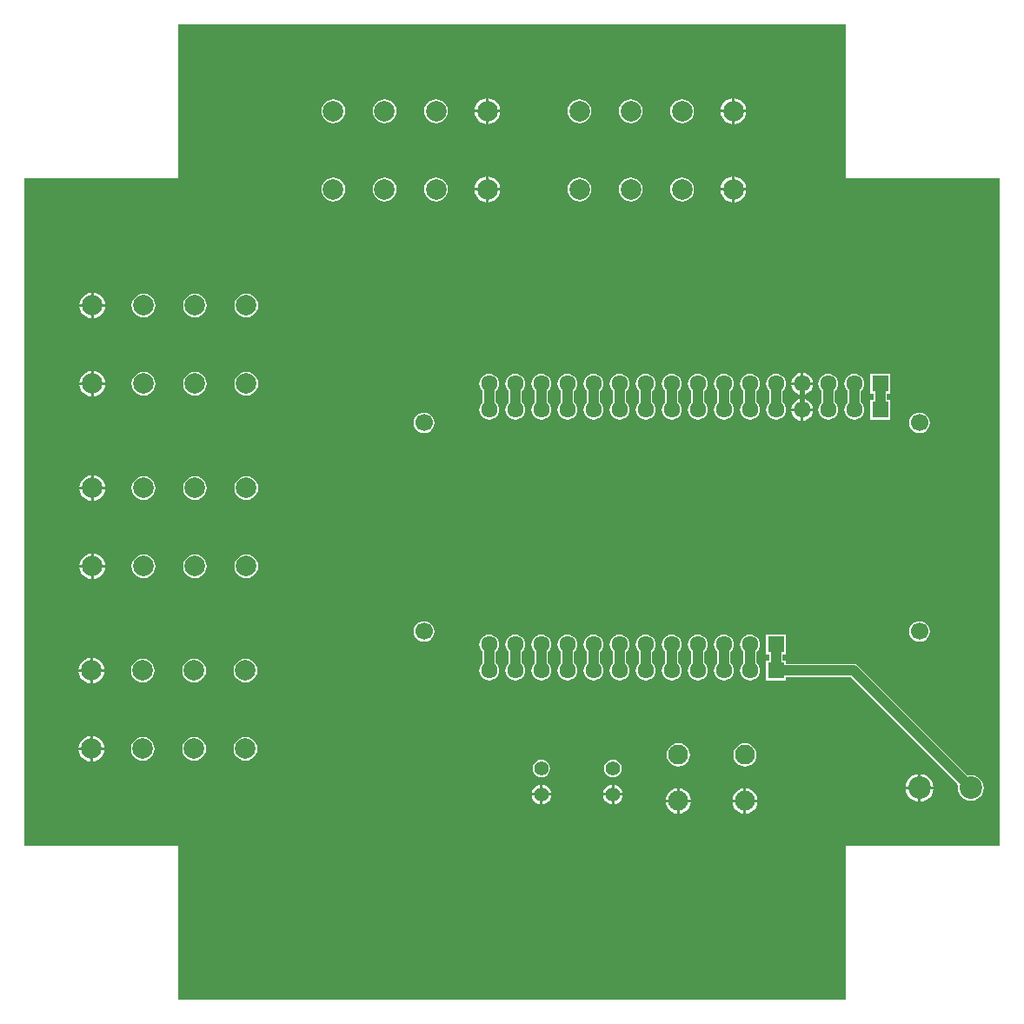
<source format=gtl>
G04*
G04 #@! TF.GenerationSoftware,Altium Limited,Altium Designer,20.0.11 (256)*
G04*
G04 Layer_Physical_Order=1*
G04 Layer_Color=255*
%FSLAX44Y44*%
%MOMM*%
G71*
G01*
G75*
%ADD19C,1.0000*%
%ADD20C,0.5000*%
%ADD21C,2.0000*%
%ADD22C,1.9400*%
%ADD23C,2.2000*%
%ADD24C,1.4000*%
%ADD25C,1.6100*%
%ADD26R,1.6100X1.6100*%
%ADD27C,1.1000*%
%ADD28C,1.7000*%
G36*
X1675000Y1700000D02*
X1825000D01*
Y1050000D01*
X1675000D01*
Y900000D01*
X1025000D01*
Y1050000D01*
X875000D01*
Y1700000D01*
X1025000D01*
Y1850000D01*
X1675000D01*
Y1700000D01*
D02*
G37*
%LPC*%
G36*
X1566850Y1777781D02*
Y1766570D01*
X1578061D01*
X1577797Y1768574D01*
X1576534Y1771624D01*
X1574524Y1774244D01*
X1571904Y1776254D01*
X1568854Y1777517D01*
X1566850Y1777781D01*
D02*
G37*
G36*
X1564310D02*
X1562306Y1777517D01*
X1559256Y1776254D01*
X1556636Y1774244D01*
X1554626Y1771624D01*
X1553363Y1768574D01*
X1553099Y1766570D01*
X1564310D01*
Y1777781D01*
D02*
G37*
G36*
X1327150D02*
Y1766570D01*
X1338361D01*
X1338097Y1768574D01*
X1336834Y1771624D01*
X1334824Y1774244D01*
X1332204Y1776254D01*
X1329154Y1777517D01*
X1327150Y1777781D01*
D02*
G37*
G36*
X1324610D02*
X1322606Y1777517D01*
X1319556Y1776254D01*
X1316936Y1774244D01*
X1314926Y1771624D01*
X1313663Y1768574D01*
X1313399Y1766570D01*
X1324610D01*
Y1777781D01*
D02*
G37*
G36*
X1515580Y1776899D02*
X1512578Y1776504D01*
X1509780Y1775345D01*
X1507378Y1773502D01*
X1505535Y1771100D01*
X1504376Y1768302D01*
X1503981Y1765300D01*
X1504376Y1762298D01*
X1505535Y1759500D01*
X1507378Y1757098D01*
X1509780Y1755255D01*
X1512578Y1754096D01*
X1515580Y1753701D01*
X1518582Y1754096D01*
X1521380Y1755255D01*
X1523782Y1757098D01*
X1525625Y1759500D01*
X1526784Y1762298D01*
X1527179Y1765300D01*
X1526784Y1768302D01*
X1525625Y1771100D01*
X1523782Y1773502D01*
X1521380Y1775345D01*
X1518582Y1776504D01*
X1515580Y1776899D01*
D02*
G37*
G36*
X1465580D02*
X1462578Y1776504D01*
X1459780Y1775345D01*
X1457378Y1773502D01*
X1455535Y1771100D01*
X1454376Y1768302D01*
X1453981Y1765300D01*
X1454376Y1762298D01*
X1455535Y1759500D01*
X1457378Y1757098D01*
X1459780Y1755255D01*
X1462578Y1754096D01*
X1465580Y1753701D01*
X1468582Y1754096D01*
X1471380Y1755255D01*
X1473782Y1757098D01*
X1475625Y1759500D01*
X1476784Y1762298D01*
X1477179Y1765300D01*
X1476784Y1768302D01*
X1475625Y1771100D01*
X1473782Y1773502D01*
X1471380Y1775345D01*
X1468582Y1776504D01*
X1465580Y1776899D01*
D02*
G37*
G36*
X1415580D02*
X1412578Y1776504D01*
X1409780Y1775345D01*
X1407378Y1773502D01*
X1405535Y1771100D01*
X1404376Y1768302D01*
X1403981Y1765300D01*
X1404376Y1762298D01*
X1405535Y1759500D01*
X1407378Y1757098D01*
X1409780Y1755255D01*
X1412578Y1754096D01*
X1415580Y1753701D01*
X1418582Y1754096D01*
X1421380Y1755255D01*
X1423782Y1757098D01*
X1425625Y1759500D01*
X1426784Y1762298D01*
X1427179Y1765300D01*
X1426784Y1768302D01*
X1425625Y1771100D01*
X1423782Y1773502D01*
X1421380Y1775345D01*
X1418582Y1776504D01*
X1415580Y1776899D01*
D02*
G37*
G36*
X1275880D02*
X1272878Y1776504D01*
X1270080Y1775345D01*
X1267678Y1773502D01*
X1265835Y1771100D01*
X1264676Y1768302D01*
X1264281Y1765300D01*
X1264676Y1762298D01*
X1265835Y1759500D01*
X1267678Y1757098D01*
X1270080Y1755255D01*
X1272878Y1754096D01*
X1275880Y1753701D01*
X1278882Y1754096D01*
X1281680Y1755255D01*
X1284082Y1757098D01*
X1285925Y1759500D01*
X1287084Y1762298D01*
X1287479Y1765300D01*
X1287084Y1768302D01*
X1285925Y1771100D01*
X1284082Y1773502D01*
X1281680Y1775345D01*
X1278882Y1776504D01*
X1275880Y1776899D01*
D02*
G37*
G36*
X1225880D02*
X1222878Y1776504D01*
X1220080Y1775345D01*
X1217678Y1773502D01*
X1215835Y1771100D01*
X1214676Y1768302D01*
X1214281Y1765300D01*
X1214676Y1762298D01*
X1215835Y1759500D01*
X1217678Y1757098D01*
X1220080Y1755255D01*
X1222878Y1754096D01*
X1225880Y1753701D01*
X1228882Y1754096D01*
X1231680Y1755255D01*
X1234082Y1757098D01*
X1235925Y1759500D01*
X1237084Y1762298D01*
X1237479Y1765300D01*
X1237084Y1768302D01*
X1235925Y1771100D01*
X1234082Y1773502D01*
X1231680Y1775345D01*
X1228882Y1776504D01*
X1225880Y1776899D01*
D02*
G37*
G36*
X1175880D02*
X1172878Y1776504D01*
X1170080Y1775345D01*
X1167678Y1773502D01*
X1165835Y1771100D01*
X1164676Y1768302D01*
X1164281Y1765300D01*
X1164676Y1762298D01*
X1165835Y1759500D01*
X1167678Y1757098D01*
X1170080Y1755255D01*
X1172878Y1754096D01*
X1175880Y1753701D01*
X1178882Y1754096D01*
X1181680Y1755255D01*
X1184082Y1757098D01*
X1185925Y1759500D01*
X1187084Y1762298D01*
X1187479Y1765300D01*
X1187084Y1768302D01*
X1185925Y1771100D01*
X1184082Y1773502D01*
X1181680Y1775345D01*
X1178882Y1776504D01*
X1175880Y1776899D01*
D02*
G37*
G36*
X1578061Y1764030D02*
X1566850D01*
Y1752819D01*
X1568854Y1753083D01*
X1571904Y1754346D01*
X1574524Y1756356D01*
X1576534Y1758976D01*
X1577797Y1762026D01*
X1578061Y1764030D01*
D02*
G37*
G36*
X1564310D02*
X1553099D01*
X1553363Y1762026D01*
X1554626Y1758976D01*
X1556636Y1756356D01*
X1559256Y1754346D01*
X1562306Y1753083D01*
X1564310Y1752819D01*
Y1764030D01*
D02*
G37*
G36*
X1338361D02*
X1327150D01*
Y1752819D01*
X1329154Y1753083D01*
X1332204Y1754346D01*
X1334824Y1756356D01*
X1336834Y1758976D01*
X1338097Y1762026D01*
X1338361Y1764030D01*
D02*
G37*
G36*
X1324610D02*
X1313399D01*
X1313663Y1762026D01*
X1314926Y1758976D01*
X1316936Y1756356D01*
X1319556Y1754346D01*
X1322606Y1753083D01*
X1324610Y1752819D01*
Y1764030D01*
D02*
G37*
G36*
X1566850Y1701581D02*
Y1690370D01*
X1578061D01*
X1577797Y1692374D01*
X1576534Y1695424D01*
X1574524Y1698044D01*
X1571904Y1700054D01*
X1568854Y1701317D01*
X1566850Y1701581D01*
D02*
G37*
G36*
X1564310D02*
X1562306Y1701317D01*
X1559256Y1700054D01*
X1556636Y1698044D01*
X1554626Y1695424D01*
X1553363Y1692374D01*
X1553099Y1690370D01*
X1564310D01*
Y1701581D01*
D02*
G37*
G36*
X1327150D02*
Y1690370D01*
X1338361D01*
X1338097Y1692374D01*
X1336834Y1695424D01*
X1334824Y1698044D01*
X1332204Y1700054D01*
X1329154Y1701317D01*
X1327150Y1701581D01*
D02*
G37*
G36*
X1324610D02*
X1322606Y1701317D01*
X1319556Y1700054D01*
X1316936Y1698044D01*
X1314926Y1695424D01*
X1313663Y1692374D01*
X1313399Y1690370D01*
X1324610D01*
Y1701581D01*
D02*
G37*
G36*
X1515580Y1700699D02*
X1512578Y1700304D01*
X1509780Y1699145D01*
X1507378Y1697302D01*
X1505535Y1694900D01*
X1504376Y1692102D01*
X1503981Y1689100D01*
X1504376Y1686098D01*
X1505535Y1683300D01*
X1507378Y1680898D01*
X1509780Y1679055D01*
X1512578Y1677896D01*
X1515580Y1677501D01*
X1518582Y1677896D01*
X1521380Y1679055D01*
X1523782Y1680898D01*
X1525625Y1683300D01*
X1526784Y1686098D01*
X1527179Y1689100D01*
X1526784Y1692102D01*
X1525625Y1694900D01*
X1523782Y1697302D01*
X1521380Y1699145D01*
X1518582Y1700304D01*
X1515580Y1700699D01*
D02*
G37*
G36*
X1465580D02*
X1462578Y1700304D01*
X1459780Y1699145D01*
X1457378Y1697302D01*
X1455535Y1694900D01*
X1454376Y1692102D01*
X1453981Y1689100D01*
X1454376Y1686098D01*
X1455535Y1683300D01*
X1457378Y1680898D01*
X1459780Y1679055D01*
X1462578Y1677896D01*
X1465580Y1677501D01*
X1468582Y1677896D01*
X1471380Y1679055D01*
X1473782Y1680898D01*
X1475625Y1683300D01*
X1476784Y1686098D01*
X1477179Y1689100D01*
X1476784Y1692102D01*
X1475625Y1694900D01*
X1473782Y1697302D01*
X1471380Y1699145D01*
X1468582Y1700304D01*
X1465580Y1700699D01*
D02*
G37*
G36*
X1415580D02*
X1412578Y1700304D01*
X1409780Y1699145D01*
X1407378Y1697302D01*
X1405535Y1694900D01*
X1404376Y1692102D01*
X1403981Y1689100D01*
X1404376Y1686098D01*
X1405535Y1683300D01*
X1407378Y1680898D01*
X1409780Y1679055D01*
X1412578Y1677896D01*
X1415580Y1677501D01*
X1418582Y1677896D01*
X1421380Y1679055D01*
X1423782Y1680898D01*
X1425625Y1683300D01*
X1426784Y1686098D01*
X1427179Y1689100D01*
X1426784Y1692102D01*
X1425625Y1694900D01*
X1423782Y1697302D01*
X1421380Y1699145D01*
X1418582Y1700304D01*
X1415580Y1700699D01*
D02*
G37*
G36*
X1275880D02*
X1272878Y1700304D01*
X1270080Y1699145D01*
X1267678Y1697302D01*
X1265835Y1694900D01*
X1264676Y1692102D01*
X1264281Y1689100D01*
X1264676Y1686098D01*
X1265835Y1683300D01*
X1267678Y1680898D01*
X1270080Y1679055D01*
X1272878Y1677896D01*
X1275880Y1677501D01*
X1278882Y1677896D01*
X1281680Y1679055D01*
X1284082Y1680898D01*
X1285925Y1683300D01*
X1287084Y1686098D01*
X1287479Y1689100D01*
X1287084Y1692102D01*
X1285925Y1694900D01*
X1284082Y1697302D01*
X1281680Y1699145D01*
X1278882Y1700304D01*
X1275880Y1700699D01*
D02*
G37*
G36*
X1225880D02*
X1222878Y1700304D01*
X1220080Y1699145D01*
X1217678Y1697302D01*
X1215835Y1694900D01*
X1214676Y1692102D01*
X1214281Y1689100D01*
X1214676Y1686098D01*
X1215835Y1683300D01*
X1217678Y1680898D01*
X1220080Y1679055D01*
X1222878Y1677896D01*
X1225880Y1677501D01*
X1228882Y1677896D01*
X1231680Y1679055D01*
X1234082Y1680898D01*
X1235925Y1683300D01*
X1237084Y1686098D01*
X1237479Y1689100D01*
X1237084Y1692102D01*
X1235925Y1694900D01*
X1234082Y1697302D01*
X1231680Y1699145D01*
X1228882Y1700304D01*
X1225880Y1700699D01*
D02*
G37*
G36*
X1175880D02*
X1172878Y1700304D01*
X1170080Y1699145D01*
X1167678Y1697302D01*
X1165835Y1694900D01*
X1164676Y1692102D01*
X1164281Y1689100D01*
X1164676Y1686098D01*
X1165835Y1683300D01*
X1167678Y1680898D01*
X1170080Y1679055D01*
X1172878Y1677896D01*
X1175880Y1677501D01*
X1178882Y1677896D01*
X1181680Y1679055D01*
X1184082Y1680898D01*
X1185925Y1683300D01*
X1187084Y1686098D01*
X1187479Y1689100D01*
X1187084Y1692102D01*
X1185925Y1694900D01*
X1184082Y1697302D01*
X1181680Y1699145D01*
X1178882Y1700304D01*
X1175880Y1700699D01*
D02*
G37*
G36*
X1578061Y1687830D02*
X1566850D01*
Y1676619D01*
X1568854Y1676883D01*
X1571904Y1678146D01*
X1574524Y1680156D01*
X1576534Y1682776D01*
X1577797Y1685826D01*
X1578061Y1687830D01*
D02*
G37*
G36*
X1564310D02*
X1553099D01*
X1553363Y1685826D01*
X1554626Y1682776D01*
X1556636Y1680156D01*
X1559256Y1678146D01*
X1562306Y1676883D01*
X1564310Y1676619D01*
Y1687830D01*
D02*
G37*
G36*
X1338361D02*
X1327150D01*
Y1676619D01*
X1329154Y1676883D01*
X1332204Y1678146D01*
X1334824Y1680156D01*
X1336834Y1682776D01*
X1338097Y1685826D01*
X1338361Y1687830D01*
D02*
G37*
G36*
X1324610D02*
X1313399D01*
X1313663Y1685826D01*
X1314926Y1682776D01*
X1316936Y1680156D01*
X1319556Y1678146D01*
X1322606Y1676883D01*
X1324610Y1676619D01*
Y1687830D01*
D02*
G37*
G36*
X942380Y1588521D02*
Y1577310D01*
X953591D01*
X953327Y1579314D01*
X952064Y1582364D01*
X950054Y1584984D01*
X947434Y1586994D01*
X944384Y1588257D01*
X942380Y1588521D01*
D02*
G37*
G36*
X939840D02*
X937836Y1588257D01*
X934786Y1586994D01*
X932166Y1584984D01*
X930156Y1582364D01*
X928893Y1579314D01*
X928629Y1577310D01*
X939840D01*
Y1588521D01*
D02*
G37*
G36*
X1091110Y1587639D02*
X1088108Y1587244D01*
X1085310Y1586085D01*
X1082908Y1584242D01*
X1081065Y1581840D01*
X1079906Y1579042D01*
X1079511Y1576040D01*
X1079906Y1573038D01*
X1081065Y1570240D01*
X1082908Y1567838D01*
X1085310Y1565995D01*
X1088108Y1564836D01*
X1091110Y1564441D01*
X1094112Y1564836D01*
X1096910Y1565995D01*
X1099312Y1567838D01*
X1101155Y1570240D01*
X1102314Y1573038D01*
X1102709Y1576040D01*
X1102314Y1579042D01*
X1101155Y1581840D01*
X1099312Y1584242D01*
X1096910Y1586085D01*
X1094112Y1587244D01*
X1091110Y1587639D01*
D02*
G37*
G36*
X1041110D02*
X1038108Y1587244D01*
X1035310Y1586085D01*
X1032908Y1584242D01*
X1031065Y1581840D01*
X1029906Y1579042D01*
X1029511Y1576040D01*
X1029906Y1573038D01*
X1031065Y1570240D01*
X1032908Y1567838D01*
X1035310Y1565995D01*
X1038108Y1564836D01*
X1041110Y1564441D01*
X1044112Y1564836D01*
X1046910Y1565995D01*
X1049312Y1567838D01*
X1051155Y1570240D01*
X1052314Y1573038D01*
X1052709Y1576040D01*
X1052314Y1579042D01*
X1051155Y1581840D01*
X1049312Y1584242D01*
X1046910Y1586085D01*
X1044112Y1587244D01*
X1041110Y1587639D01*
D02*
G37*
G36*
X991110D02*
X988108Y1587244D01*
X985310Y1586085D01*
X982908Y1584242D01*
X981065Y1581840D01*
X979906Y1579042D01*
X979511Y1576040D01*
X979906Y1573038D01*
X981065Y1570240D01*
X982908Y1567838D01*
X985310Y1565995D01*
X988108Y1564836D01*
X991110Y1564441D01*
X994112Y1564836D01*
X996910Y1565995D01*
X999312Y1567838D01*
X1001155Y1570240D01*
X1002314Y1573038D01*
X1002709Y1576040D01*
X1002314Y1579042D01*
X1001155Y1581840D01*
X999312Y1584242D01*
X996910Y1586085D01*
X994112Y1587244D01*
X991110Y1587639D01*
D02*
G37*
G36*
X953591Y1574770D02*
X942380D01*
Y1563559D01*
X944384Y1563823D01*
X947434Y1565086D01*
X950054Y1567096D01*
X952064Y1569716D01*
X953327Y1572766D01*
X953591Y1574770D01*
D02*
G37*
G36*
X939840D02*
X928629D01*
X928893Y1572766D01*
X930156Y1569716D01*
X932166Y1567096D01*
X934786Y1565086D01*
X937836Y1563823D01*
X939840Y1563559D01*
Y1574770D01*
D02*
G37*
G36*
X942380Y1512321D02*
Y1501110D01*
X953591D01*
X953327Y1503114D01*
X952064Y1506164D01*
X950054Y1508784D01*
X947434Y1510794D01*
X944384Y1512057D01*
X942380Y1512321D01*
D02*
G37*
G36*
X1633730Y1510354D02*
Y1501110D01*
X1642974D01*
X1642777Y1502605D01*
X1641710Y1505181D01*
X1640013Y1507393D01*
X1637801Y1509090D01*
X1635224Y1510157D01*
X1633730Y1510354D01*
D02*
G37*
G36*
X1631190D02*
X1629695Y1510157D01*
X1627119Y1509090D01*
X1624907Y1507393D01*
X1623210Y1505181D01*
X1622143Y1502605D01*
X1621946Y1501110D01*
X1631190D01*
Y1510354D01*
D02*
G37*
G36*
X939840Y1512321D02*
X937836Y1512057D01*
X934786Y1510794D01*
X932166Y1508784D01*
X930156Y1506164D01*
X928893Y1503114D01*
X928629Y1501110D01*
X939840D01*
Y1512321D01*
D02*
G37*
G36*
X1642974Y1498570D02*
X1633730D01*
Y1489326D01*
X1635224Y1489523D01*
X1637801Y1490590D01*
X1640013Y1492287D01*
X1641710Y1494499D01*
X1642777Y1497076D01*
X1642974Y1498570D01*
D02*
G37*
G36*
X1631190D02*
X1621946D01*
X1622143Y1497076D01*
X1623210Y1494499D01*
X1624907Y1492287D01*
X1627119Y1490590D01*
X1629695Y1489523D01*
X1631190Y1489326D01*
Y1498570D01*
D02*
G37*
G36*
X1091110Y1511439D02*
X1088108Y1511044D01*
X1085310Y1509885D01*
X1082908Y1508042D01*
X1081065Y1505640D01*
X1079906Y1502842D01*
X1079511Y1499840D01*
X1079906Y1496838D01*
X1081065Y1494040D01*
X1082908Y1491638D01*
X1085310Y1489795D01*
X1088108Y1488636D01*
X1091110Y1488241D01*
X1094112Y1488636D01*
X1096910Y1489795D01*
X1099312Y1491638D01*
X1101155Y1494040D01*
X1102314Y1496838D01*
X1102709Y1499840D01*
X1102314Y1502842D01*
X1101155Y1505640D01*
X1099312Y1508042D01*
X1096910Y1509885D01*
X1094112Y1511044D01*
X1091110Y1511439D01*
D02*
G37*
G36*
X1041110D02*
X1038108Y1511044D01*
X1035310Y1509885D01*
X1032908Y1508042D01*
X1031065Y1505640D01*
X1029906Y1502842D01*
X1029511Y1499840D01*
X1029906Y1496838D01*
X1031065Y1494040D01*
X1032908Y1491638D01*
X1035310Y1489795D01*
X1038108Y1488636D01*
X1041110Y1488241D01*
X1044112Y1488636D01*
X1046910Y1489795D01*
X1049312Y1491638D01*
X1051155Y1494040D01*
X1052314Y1496838D01*
X1052709Y1499840D01*
X1052314Y1502842D01*
X1051155Y1505640D01*
X1049312Y1508042D01*
X1046910Y1509885D01*
X1044112Y1511044D01*
X1041110Y1511439D01*
D02*
G37*
G36*
X991110D02*
X988108Y1511044D01*
X985310Y1509885D01*
X982908Y1508042D01*
X981065Y1505640D01*
X979906Y1502842D01*
X979511Y1499840D01*
X979906Y1496838D01*
X981065Y1494040D01*
X982908Y1491638D01*
X985310Y1489795D01*
X988108Y1488636D01*
X991110Y1488241D01*
X994112Y1488636D01*
X996910Y1489795D01*
X999312Y1491638D01*
X1001155Y1494040D01*
X1002314Y1496838D01*
X1002709Y1499840D01*
X1002314Y1502842D01*
X1001155Y1505640D01*
X999312Y1508042D01*
X996910Y1509885D01*
X994112Y1511044D01*
X991110Y1511439D01*
D02*
G37*
G36*
X953591Y1498570D02*
X942380D01*
Y1487359D01*
X944384Y1487623D01*
X947434Y1488886D01*
X950054Y1490896D01*
X952064Y1493516D01*
X953327Y1496566D01*
X953591Y1498570D01*
D02*
G37*
G36*
X939840D02*
X928629D01*
X928893Y1496566D01*
X930156Y1493516D01*
X932166Y1490896D01*
X934786Y1488886D01*
X937836Y1487623D01*
X939840Y1487359D01*
Y1498570D01*
D02*
G37*
G36*
X1633730Y1484954D02*
Y1475710D01*
X1642974D01*
X1642777Y1477204D01*
X1641710Y1479781D01*
X1640013Y1481993D01*
X1637801Y1483690D01*
X1635224Y1484757D01*
X1633730Y1484954D01*
D02*
G37*
G36*
X1631190D02*
X1629695Y1484757D01*
X1627119Y1483690D01*
X1624907Y1481993D01*
X1623210Y1479781D01*
X1622143Y1477204D01*
X1621946Y1475710D01*
X1631190D01*
Y1484954D01*
D02*
G37*
G36*
X1718210Y1509390D02*
X1699110D01*
Y1490290D01*
X1702104D01*
Y1483990D01*
X1699110D01*
Y1464890D01*
X1718210D01*
Y1483990D01*
X1715216D01*
Y1490290D01*
X1718210D01*
Y1509390D01*
D02*
G37*
G36*
X1683260Y1509472D02*
X1680767Y1509144D01*
X1678444Y1508182D01*
X1676449Y1506651D01*
X1674918Y1504656D01*
X1673956Y1502333D01*
X1673628Y1499840D01*
X1673956Y1497347D01*
X1674918Y1495024D01*
X1676449Y1493029D01*
X1676704Y1492833D01*
Y1481447D01*
X1676449Y1481251D01*
X1674918Y1479256D01*
X1673956Y1476933D01*
X1673628Y1474440D01*
X1673956Y1471947D01*
X1674918Y1469624D01*
X1676449Y1467629D01*
X1678444Y1466098D01*
X1680767Y1465136D01*
X1683260Y1464808D01*
X1685753Y1465136D01*
X1688076Y1466098D01*
X1690071Y1467629D01*
X1691602Y1469624D01*
X1692564Y1471947D01*
X1692892Y1474440D01*
X1692564Y1476933D01*
X1691602Y1479256D01*
X1690071Y1481251D01*
X1689816Y1481447D01*
Y1492833D01*
X1690071Y1493029D01*
X1691602Y1495024D01*
X1692564Y1497347D01*
X1692892Y1499840D01*
X1692564Y1502333D01*
X1691602Y1504656D01*
X1690071Y1506651D01*
X1688076Y1508182D01*
X1685753Y1509144D01*
X1683260Y1509472D01*
D02*
G37*
G36*
X1657860D02*
X1655367Y1509144D01*
X1653044Y1508182D01*
X1651049Y1506651D01*
X1649518Y1504656D01*
X1648556Y1502333D01*
X1648228Y1499840D01*
X1648556Y1497347D01*
X1649518Y1495024D01*
X1651049Y1493029D01*
X1651304Y1492833D01*
Y1481447D01*
X1651049Y1481251D01*
X1649518Y1479256D01*
X1648556Y1476933D01*
X1648228Y1474440D01*
X1648556Y1471947D01*
X1649518Y1469624D01*
X1651049Y1467629D01*
X1653044Y1466098D01*
X1655367Y1465136D01*
X1657860Y1464808D01*
X1660353Y1465136D01*
X1662676Y1466098D01*
X1664671Y1467629D01*
X1666202Y1469624D01*
X1667164Y1471947D01*
X1667492Y1474440D01*
X1667164Y1476933D01*
X1666202Y1479256D01*
X1664671Y1481251D01*
X1664416Y1481447D01*
Y1492833D01*
X1664671Y1493029D01*
X1666202Y1495024D01*
X1667164Y1497347D01*
X1667492Y1499840D01*
X1667164Y1502333D01*
X1666202Y1504656D01*
X1664671Y1506651D01*
X1662676Y1508182D01*
X1660353Y1509144D01*
X1657860Y1509472D01*
D02*
G37*
G36*
X1607060D02*
X1604567Y1509144D01*
X1602244Y1508182D01*
X1600249Y1506651D01*
X1598718Y1504656D01*
X1597756Y1502333D01*
X1597428Y1499840D01*
X1597756Y1497347D01*
X1598718Y1495024D01*
X1600249Y1493029D01*
X1600504Y1492833D01*
Y1481447D01*
X1600249Y1481251D01*
X1598718Y1479256D01*
X1597756Y1476933D01*
X1597428Y1474440D01*
X1597756Y1471947D01*
X1598718Y1469624D01*
X1600249Y1467629D01*
X1602244Y1466098D01*
X1604567Y1465136D01*
X1607060Y1464808D01*
X1609553Y1465136D01*
X1611876Y1466098D01*
X1613871Y1467629D01*
X1615402Y1469624D01*
X1616364Y1471947D01*
X1616692Y1474440D01*
X1616364Y1476933D01*
X1615402Y1479256D01*
X1613871Y1481251D01*
X1613616Y1481447D01*
Y1492833D01*
X1613871Y1493029D01*
X1615402Y1495024D01*
X1616364Y1497347D01*
X1616692Y1499840D01*
X1616364Y1502333D01*
X1615402Y1504656D01*
X1613871Y1506651D01*
X1611876Y1508182D01*
X1609553Y1509144D01*
X1607060Y1509472D01*
D02*
G37*
G36*
X1581660D02*
X1579167Y1509144D01*
X1576844Y1508182D01*
X1574849Y1506651D01*
X1573318Y1504656D01*
X1572356Y1502333D01*
X1572028Y1499840D01*
X1572356Y1497347D01*
X1573318Y1495024D01*
X1574849Y1493029D01*
X1575104Y1492833D01*
Y1481447D01*
X1574849Y1481251D01*
X1573318Y1479256D01*
X1572356Y1476933D01*
X1572028Y1474440D01*
X1572356Y1471947D01*
X1573318Y1469624D01*
X1574849Y1467629D01*
X1576844Y1466098D01*
X1579167Y1465136D01*
X1581660Y1464808D01*
X1584153Y1465136D01*
X1586476Y1466098D01*
X1588471Y1467629D01*
X1590002Y1469624D01*
X1590964Y1471947D01*
X1591292Y1474440D01*
X1590964Y1476933D01*
X1590002Y1479256D01*
X1588471Y1481251D01*
X1588216Y1481447D01*
Y1492833D01*
X1588471Y1493029D01*
X1590002Y1495024D01*
X1590964Y1497347D01*
X1591292Y1499840D01*
X1590964Y1502333D01*
X1590002Y1504656D01*
X1588471Y1506651D01*
X1586476Y1508182D01*
X1584153Y1509144D01*
X1581660Y1509472D01*
D02*
G37*
G36*
X1556260D02*
X1553767Y1509144D01*
X1551444Y1508182D01*
X1549449Y1506651D01*
X1547918Y1504656D01*
X1546956Y1502333D01*
X1546628Y1499840D01*
X1546956Y1497347D01*
X1547918Y1495024D01*
X1549449Y1493029D01*
X1549704Y1492833D01*
Y1481447D01*
X1549449Y1481251D01*
X1547918Y1479256D01*
X1546956Y1476933D01*
X1546628Y1474440D01*
X1546956Y1471947D01*
X1547918Y1469624D01*
X1549449Y1467629D01*
X1551444Y1466098D01*
X1553767Y1465136D01*
X1556260Y1464808D01*
X1558753Y1465136D01*
X1561076Y1466098D01*
X1563071Y1467629D01*
X1564602Y1469624D01*
X1565564Y1471947D01*
X1565892Y1474440D01*
X1565564Y1476933D01*
X1564602Y1479256D01*
X1563071Y1481251D01*
X1562816Y1481447D01*
Y1492833D01*
X1563071Y1493029D01*
X1564602Y1495024D01*
X1565564Y1497347D01*
X1565892Y1499840D01*
X1565564Y1502333D01*
X1564602Y1504656D01*
X1563071Y1506651D01*
X1561076Y1508182D01*
X1558753Y1509144D01*
X1556260Y1509472D01*
D02*
G37*
G36*
X1530860D02*
X1528367Y1509144D01*
X1526044Y1508182D01*
X1524049Y1506651D01*
X1522518Y1504656D01*
X1521556Y1502333D01*
X1521228Y1499840D01*
X1521556Y1497347D01*
X1522518Y1495024D01*
X1524049Y1493029D01*
X1524304Y1492833D01*
Y1481447D01*
X1524049Y1481251D01*
X1522518Y1479256D01*
X1521556Y1476933D01*
X1521228Y1474440D01*
X1521556Y1471947D01*
X1522518Y1469624D01*
X1524049Y1467629D01*
X1526044Y1466098D01*
X1528367Y1465136D01*
X1530860Y1464808D01*
X1533353Y1465136D01*
X1535676Y1466098D01*
X1537671Y1467629D01*
X1539202Y1469624D01*
X1540164Y1471947D01*
X1540492Y1474440D01*
X1540164Y1476933D01*
X1539202Y1479256D01*
X1537671Y1481251D01*
X1537416Y1481447D01*
Y1492833D01*
X1537671Y1493029D01*
X1539202Y1495024D01*
X1540164Y1497347D01*
X1540492Y1499840D01*
X1540164Y1502333D01*
X1539202Y1504656D01*
X1537671Y1506651D01*
X1535676Y1508182D01*
X1533353Y1509144D01*
X1530860Y1509472D01*
D02*
G37*
G36*
X1505460D02*
X1502967Y1509144D01*
X1500644Y1508182D01*
X1498649Y1506651D01*
X1497118Y1504656D01*
X1496156Y1502333D01*
X1495828Y1499840D01*
X1496156Y1497347D01*
X1497118Y1495024D01*
X1498649Y1493029D01*
X1498904Y1492833D01*
Y1481447D01*
X1498649Y1481251D01*
X1497118Y1479256D01*
X1496156Y1476933D01*
X1495828Y1474440D01*
X1496156Y1471947D01*
X1497118Y1469624D01*
X1498649Y1467629D01*
X1500644Y1466098D01*
X1502967Y1465136D01*
X1505460Y1464808D01*
X1507953Y1465136D01*
X1510276Y1466098D01*
X1512271Y1467629D01*
X1513802Y1469624D01*
X1514764Y1471947D01*
X1515092Y1474440D01*
X1514764Y1476933D01*
X1513802Y1479256D01*
X1512271Y1481251D01*
X1512016Y1481447D01*
Y1492833D01*
X1512271Y1493029D01*
X1513802Y1495024D01*
X1514764Y1497347D01*
X1515092Y1499840D01*
X1514764Y1502333D01*
X1513802Y1504656D01*
X1512271Y1506651D01*
X1510276Y1508182D01*
X1507953Y1509144D01*
X1505460Y1509472D01*
D02*
G37*
G36*
X1480060D02*
X1477567Y1509144D01*
X1475244Y1508182D01*
X1473249Y1506651D01*
X1471718Y1504656D01*
X1470756Y1502333D01*
X1470428Y1499840D01*
X1470756Y1497347D01*
X1471718Y1495024D01*
X1473249Y1493029D01*
X1473504Y1492833D01*
Y1481447D01*
X1473249Y1481251D01*
X1471718Y1479256D01*
X1470756Y1476933D01*
X1470428Y1474440D01*
X1470756Y1471947D01*
X1471718Y1469624D01*
X1473249Y1467629D01*
X1475244Y1466098D01*
X1477567Y1465136D01*
X1480060Y1464808D01*
X1482553Y1465136D01*
X1484876Y1466098D01*
X1486871Y1467629D01*
X1488402Y1469624D01*
X1489364Y1471947D01*
X1489692Y1474440D01*
X1489364Y1476933D01*
X1488402Y1479256D01*
X1486871Y1481251D01*
X1486616Y1481447D01*
Y1492833D01*
X1486871Y1493029D01*
X1488402Y1495024D01*
X1489364Y1497347D01*
X1489692Y1499840D01*
X1489364Y1502333D01*
X1488402Y1504656D01*
X1486871Y1506651D01*
X1484876Y1508182D01*
X1482553Y1509144D01*
X1480060Y1509472D01*
D02*
G37*
G36*
X1454660D02*
X1452167Y1509144D01*
X1449844Y1508182D01*
X1447849Y1506651D01*
X1446318Y1504656D01*
X1445356Y1502333D01*
X1445028Y1499840D01*
X1445356Y1497347D01*
X1446318Y1495024D01*
X1447849Y1493029D01*
X1448104Y1492833D01*
Y1481447D01*
X1447849Y1481251D01*
X1446318Y1479256D01*
X1445356Y1476933D01*
X1445028Y1474440D01*
X1445356Y1471947D01*
X1446318Y1469624D01*
X1447849Y1467629D01*
X1449844Y1466098D01*
X1452167Y1465136D01*
X1454660Y1464808D01*
X1457153Y1465136D01*
X1459476Y1466098D01*
X1461471Y1467629D01*
X1463002Y1469624D01*
X1463964Y1471947D01*
X1464292Y1474440D01*
X1463964Y1476933D01*
X1463002Y1479256D01*
X1461471Y1481251D01*
X1461216Y1481447D01*
Y1492833D01*
X1461471Y1493029D01*
X1463002Y1495024D01*
X1463964Y1497347D01*
X1464292Y1499840D01*
X1463964Y1502333D01*
X1463002Y1504656D01*
X1461471Y1506651D01*
X1459476Y1508182D01*
X1457153Y1509144D01*
X1454660Y1509472D01*
D02*
G37*
G36*
X1429260D02*
X1426767Y1509144D01*
X1424444Y1508182D01*
X1422449Y1506651D01*
X1420918Y1504656D01*
X1419956Y1502333D01*
X1419628Y1499840D01*
X1419956Y1497347D01*
X1420918Y1495024D01*
X1422449Y1493029D01*
X1422704Y1492833D01*
Y1481447D01*
X1422449Y1481251D01*
X1420918Y1479256D01*
X1419956Y1476933D01*
X1419628Y1474440D01*
X1419956Y1471947D01*
X1420918Y1469624D01*
X1422449Y1467629D01*
X1424444Y1466098D01*
X1426767Y1465136D01*
X1429260Y1464808D01*
X1431753Y1465136D01*
X1434076Y1466098D01*
X1436071Y1467629D01*
X1437602Y1469624D01*
X1438564Y1471947D01*
X1438892Y1474440D01*
X1438564Y1476933D01*
X1437602Y1479256D01*
X1436071Y1481251D01*
X1435816Y1481447D01*
Y1492833D01*
X1436071Y1493029D01*
X1437602Y1495024D01*
X1438564Y1497347D01*
X1438892Y1499840D01*
X1438564Y1502333D01*
X1437602Y1504656D01*
X1436071Y1506651D01*
X1434076Y1508182D01*
X1431753Y1509144D01*
X1429260Y1509472D01*
D02*
G37*
G36*
X1403860D02*
X1401367Y1509144D01*
X1399044Y1508182D01*
X1397049Y1506651D01*
X1395518Y1504656D01*
X1394556Y1502333D01*
X1394228Y1499840D01*
X1394556Y1497347D01*
X1395518Y1495024D01*
X1397049Y1493029D01*
X1397304Y1492833D01*
Y1481447D01*
X1397049Y1481251D01*
X1395518Y1479256D01*
X1394556Y1476933D01*
X1394228Y1474440D01*
X1394556Y1471947D01*
X1395518Y1469624D01*
X1397049Y1467629D01*
X1399044Y1466098D01*
X1401367Y1465136D01*
X1403860Y1464808D01*
X1406353Y1465136D01*
X1408676Y1466098D01*
X1410671Y1467629D01*
X1412202Y1469624D01*
X1413164Y1471947D01*
X1413492Y1474440D01*
X1413164Y1476933D01*
X1412202Y1479256D01*
X1410671Y1481251D01*
X1410416Y1481447D01*
Y1492833D01*
X1410671Y1493029D01*
X1412202Y1495024D01*
X1413164Y1497347D01*
X1413492Y1499840D01*
X1413164Y1502333D01*
X1412202Y1504656D01*
X1410671Y1506651D01*
X1408676Y1508182D01*
X1406353Y1509144D01*
X1403860Y1509472D01*
D02*
G37*
G36*
X1378460D02*
X1375967Y1509144D01*
X1373644Y1508182D01*
X1371649Y1506651D01*
X1370118Y1504656D01*
X1369156Y1502333D01*
X1368828Y1499840D01*
X1369156Y1497347D01*
X1370118Y1495024D01*
X1371649Y1493029D01*
X1371904Y1492833D01*
Y1481447D01*
X1371649Y1481251D01*
X1370118Y1479256D01*
X1369156Y1476933D01*
X1368828Y1474440D01*
X1369156Y1471947D01*
X1370118Y1469624D01*
X1371649Y1467629D01*
X1373644Y1466098D01*
X1375967Y1465136D01*
X1378460Y1464808D01*
X1380953Y1465136D01*
X1383276Y1466098D01*
X1385271Y1467629D01*
X1386802Y1469624D01*
X1387764Y1471947D01*
X1388092Y1474440D01*
X1387764Y1476933D01*
X1386802Y1479256D01*
X1385271Y1481251D01*
X1385016Y1481447D01*
Y1492833D01*
X1385271Y1493029D01*
X1386802Y1495024D01*
X1387764Y1497347D01*
X1388092Y1499840D01*
X1387764Y1502333D01*
X1386802Y1504656D01*
X1385271Y1506651D01*
X1383276Y1508182D01*
X1380953Y1509144D01*
X1378460Y1509472D01*
D02*
G37*
G36*
X1353060D02*
X1350567Y1509144D01*
X1348244Y1508182D01*
X1346249Y1506651D01*
X1344718Y1504656D01*
X1343756Y1502333D01*
X1343428Y1499840D01*
X1343756Y1497347D01*
X1344718Y1495024D01*
X1346249Y1493029D01*
X1346504Y1492833D01*
Y1481447D01*
X1346249Y1481251D01*
X1344718Y1479256D01*
X1343756Y1476933D01*
X1343428Y1474440D01*
X1343756Y1471947D01*
X1344718Y1469624D01*
X1346249Y1467629D01*
X1348244Y1466098D01*
X1350567Y1465136D01*
X1353060Y1464808D01*
X1355553Y1465136D01*
X1357876Y1466098D01*
X1359871Y1467629D01*
X1361402Y1469624D01*
X1362364Y1471947D01*
X1362692Y1474440D01*
X1362364Y1476933D01*
X1361402Y1479256D01*
X1359871Y1481251D01*
X1359616Y1481447D01*
Y1492833D01*
X1359871Y1493029D01*
X1361402Y1495024D01*
X1362364Y1497347D01*
X1362692Y1499840D01*
X1362364Y1502333D01*
X1361402Y1504656D01*
X1359871Y1506651D01*
X1357876Y1508182D01*
X1355553Y1509144D01*
X1353060Y1509472D01*
D02*
G37*
G36*
X1327660D02*
X1325167Y1509144D01*
X1322844Y1508182D01*
X1320849Y1506651D01*
X1319318Y1504656D01*
X1318356Y1502333D01*
X1318028Y1499840D01*
X1318356Y1497347D01*
X1319318Y1495024D01*
X1320849Y1493029D01*
X1321104Y1492833D01*
Y1481447D01*
X1320849Y1481251D01*
X1319318Y1479256D01*
X1318356Y1476933D01*
X1318028Y1474440D01*
X1318356Y1471947D01*
X1319318Y1469624D01*
X1320849Y1467629D01*
X1322844Y1466098D01*
X1325167Y1465136D01*
X1327660Y1464808D01*
X1330153Y1465136D01*
X1332476Y1466098D01*
X1334471Y1467629D01*
X1336002Y1469624D01*
X1336964Y1471947D01*
X1337292Y1474440D01*
X1336964Y1476933D01*
X1336002Y1479256D01*
X1334471Y1481251D01*
X1334216Y1481447D01*
Y1492833D01*
X1334471Y1493029D01*
X1336002Y1495024D01*
X1336964Y1497347D01*
X1337292Y1499840D01*
X1336964Y1502333D01*
X1336002Y1504656D01*
X1334471Y1506651D01*
X1332476Y1508182D01*
X1330153Y1509144D01*
X1327660Y1509472D01*
D02*
G37*
G36*
X1642974Y1473170D02*
X1633730D01*
Y1463926D01*
X1635224Y1464123D01*
X1637801Y1465190D01*
X1640013Y1466887D01*
X1641710Y1469099D01*
X1642777Y1471676D01*
X1642974Y1473170D01*
D02*
G37*
G36*
X1631190D02*
X1621946D01*
X1622143Y1471676D01*
X1623210Y1469099D01*
X1624907Y1466887D01*
X1627119Y1465190D01*
X1629695Y1464123D01*
X1631190Y1463926D01*
Y1473170D01*
D02*
G37*
G36*
X1746760Y1471826D02*
X1744149Y1471483D01*
X1741717Y1470475D01*
X1739628Y1468872D01*
X1738025Y1466783D01*
X1737017Y1464350D01*
X1736674Y1461740D01*
X1737017Y1459129D01*
X1738025Y1456697D01*
X1739628Y1454608D01*
X1741717Y1453005D01*
X1744149Y1451997D01*
X1746760Y1451654D01*
X1749371Y1451997D01*
X1751803Y1453005D01*
X1753892Y1454608D01*
X1755495Y1456697D01*
X1756503Y1459129D01*
X1756846Y1461740D01*
X1756503Y1464350D01*
X1755495Y1466783D01*
X1753892Y1468872D01*
X1751803Y1470475D01*
X1749371Y1471483D01*
X1746760Y1471826D01*
D02*
G37*
G36*
X1264160D02*
X1261550Y1471483D01*
X1259117Y1470475D01*
X1257028Y1468872D01*
X1255425Y1466783D01*
X1254417Y1464350D01*
X1254074Y1461740D01*
X1254417Y1459129D01*
X1255425Y1456697D01*
X1257028Y1454608D01*
X1259117Y1453005D01*
X1261550Y1451997D01*
X1264160Y1451654D01*
X1266770Y1451997D01*
X1269203Y1453005D01*
X1271292Y1454608D01*
X1272895Y1456697D01*
X1273903Y1459129D01*
X1274246Y1461740D01*
X1273903Y1464350D01*
X1272895Y1466783D01*
X1271292Y1468872D01*
X1269203Y1470475D01*
X1266770Y1471483D01*
X1264160Y1471826D01*
D02*
G37*
G36*
X942380Y1410721D02*
Y1399510D01*
X953591D01*
X953327Y1401514D01*
X952064Y1404564D01*
X950054Y1407184D01*
X947434Y1409194D01*
X944384Y1410457D01*
X942380Y1410721D01*
D02*
G37*
G36*
X939840D02*
X937836Y1410457D01*
X934786Y1409194D01*
X932166Y1407184D01*
X930156Y1404564D01*
X928893Y1401514D01*
X928629Y1399510D01*
X939840D01*
Y1410721D01*
D02*
G37*
G36*
X1091110Y1409839D02*
X1088108Y1409444D01*
X1085310Y1408285D01*
X1082908Y1406442D01*
X1081065Y1404040D01*
X1079906Y1401242D01*
X1079511Y1398240D01*
X1079906Y1395238D01*
X1081065Y1392440D01*
X1082908Y1390038D01*
X1085310Y1388195D01*
X1088108Y1387036D01*
X1091110Y1386641D01*
X1094112Y1387036D01*
X1096910Y1388195D01*
X1099312Y1390038D01*
X1101155Y1392440D01*
X1102314Y1395238D01*
X1102709Y1398240D01*
X1102314Y1401242D01*
X1101155Y1404040D01*
X1099312Y1406442D01*
X1096910Y1408285D01*
X1094112Y1409444D01*
X1091110Y1409839D01*
D02*
G37*
G36*
X1041110D02*
X1038108Y1409444D01*
X1035310Y1408285D01*
X1032908Y1406442D01*
X1031065Y1404040D01*
X1029906Y1401242D01*
X1029511Y1398240D01*
X1029906Y1395238D01*
X1031065Y1392440D01*
X1032908Y1390038D01*
X1035310Y1388195D01*
X1038108Y1387036D01*
X1041110Y1386641D01*
X1044112Y1387036D01*
X1046910Y1388195D01*
X1049312Y1390038D01*
X1051155Y1392440D01*
X1052314Y1395238D01*
X1052709Y1398240D01*
X1052314Y1401242D01*
X1051155Y1404040D01*
X1049312Y1406442D01*
X1046910Y1408285D01*
X1044112Y1409444D01*
X1041110Y1409839D01*
D02*
G37*
G36*
X991110D02*
X988108Y1409444D01*
X985310Y1408285D01*
X982908Y1406442D01*
X981065Y1404040D01*
X979906Y1401242D01*
X979511Y1398240D01*
X979906Y1395238D01*
X981065Y1392440D01*
X982908Y1390038D01*
X985310Y1388195D01*
X988108Y1387036D01*
X991110Y1386641D01*
X994112Y1387036D01*
X996910Y1388195D01*
X999312Y1390038D01*
X1001155Y1392440D01*
X1002314Y1395238D01*
X1002709Y1398240D01*
X1002314Y1401242D01*
X1001155Y1404040D01*
X999312Y1406442D01*
X996910Y1408285D01*
X994112Y1409444D01*
X991110Y1409839D01*
D02*
G37*
G36*
X953591Y1396970D02*
X942380D01*
Y1385759D01*
X944384Y1386023D01*
X947434Y1387286D01*
X950054Y1389296D01*
X952064Y1391916D01*
X953327Y1394966D01*
X953591Y1396970D01*
D02*
G37*
G36*
X939840D02*
X928629D01*
X928893Y1394966D01*
X930156Y1391916D01*
X932166Y1389296D01*
X934786Y1387286D01*
X937836Y1386023D01*
X939840Y1385759D01*
Y1396970D01*
D02*
G37*
G36*
X942380Y1334521D02*
Y1323310D01*
X953591D01*
X953327Y1325314D01*
X952064Y1328364D01*
X950054Y1330984D01*
X947434Y1332994D01*
X944384Y1334257D01*
X942380Y1334521D01*
D02*
G37*
G36*
X939840D02*
X937836Y1334257D01*
X934786Y1332994D01*
X932166Y1330984D01*
X930156Y1328364D01*
X928893Y1325314D01*
X928629Y1323310D01*
X939840D01*
Y1334521D01*
D02*
G37*
G36*
X1091110Y1333639D02*
X1088108Y1333244D01*
X1085310Y1332085D01*
X1082908Y1330242D01*
X1081065Y1327840D01*
X1079906Y1325042D01*
X1079511Y1322040D01*
X1079906Y1319038D01*
X1081065Y1316240D01*
X1082908Y1313838D01*
X1085310Y1311995D01*
X1088108Y1310836D01*
X1091110Y1310441D01*
X1094112Y1310836D01*
X1096910Y1311995D01*
X1099312Y1313838D01*
X1101155Y1316240D01*
X1102314Y1319038D01*
X1102709Y1322040D01*
X1102314Y1325042D01*
X1101155Y1327840D01*
X1099312Y1330242D01*
X1096910Y1332085D01*
X1094112Y1333244D01*
X1091110Y1333639D01*
D02*
G37*
G36*
X1041110D02*
X1038108Y1333244D01*
X1035310Y1332085D01*
X1032908Y1330242D01*
X1031065Y1327840D01*
X1029906Y1325042D01*
X1029511Y1322040D01*
X1029906Y1319038D01*
X1031065Y1316240D01*
X1032908Y1313838D01*
X1035310Y1311995D01*
X1038108Y1310836D01*
X1041110Y1310441D01*
X1044112Y1310836D01*
X1046910Y1311995D01*
X1049312Y1313838D01*
X1051155Y1316240D01*
X1052314Y1319038D01*
X1052709Y1322040D01*
X1052314Y1325042D01*
X1051155Y1327840D01*
X1049312Y1330242D01*
X1046910Y1332085D01*
X1044112Y1333244D01*
X1041110Y1333639D01*
D02*
G37*
G36*
X991110D02*
X988108Y1333244D01*
X985310Y1332085D01*
X982908Y1330242D01*
X981065Y1327840D01*
X979906Y1325042D01*
X979511Y1322040D01*
X979906Y1319038D01*
X981065Y1316240D01*
X982908Y1313838D01*
X985310Y1311995D01*
X988108Y1310836D01*
X991110Y1310441D01*
X994112Y1310836D01*
X996910Y1311995D01*
X999312Y1313838D01*
X1001155Y1316240D01*
X1002314Y1319038D01*
X1002709Y1322040D01*
X1002314Y1325042D01*
X1001155Y1327840D01*
X999312Y1330242D01*
X996910Y1332085D01*
X994112Y1333244D01*
X991110Y1333639D01*
D02*
G37*
G36*
X953591Y1320770D02*
X942380D01*
Y1309559D01*
X944384Y1309823D01*
X947434Y1311086D01*
X950054Y1313096D01*
X952064Y1315716D01*
X953327Y1318766D01*
X953591Y1320770D01*
D02*
G37*
G36*
X939840D02*
X928629D01*
X928893Y1318766D01*
X930156Y1315716D01*
X932166Y1313096D01*
X934786Y1311086D01*
X937836Y1309823D01*
X939840Y1309559D01*
Y1320770D01*
D02*
G37*
G36*
X1746760Y1268626D02*
X1744149Y1268283D01*
X1741717Y1267275D01*
X1739628Y1265672D01*
X1738025Y1263583D01*
X1737017Y1261151D01*
X1736674Y1258540D01*
X1737017Y1255929D01*
X1738025Y1253497D01*
X1739628Y1251408D01*
X1741717Y1249805D01*
X1744149Y1248797D01*
X1746760Y1248454D01*
X1749371Y1248797D01*
X1751803Y1249805D01*
X1753892Y1251408D01*
X1755495Y1253497D01*
X1756503Y1255929D01*
X1756846Y1258540D01*
X1756503Y1261151D01*
X1755495Y1263583D01*
X1753892Y1265672D01*
X1751803Y1267275D01*
X1749371Y1268283D01*
X1746760Y1268626D01*
D02*
G37*
G36*
X1264160D02*
X1261550Y1268283D01*
X1259117Y1267275D01*
X1257028Y1265672D01*
X1255425Y1263583D01*
X1254417Y1261151D01*
X1254074Y1258540D01*
X1254417Y1255929D01*
X1255425Y1253497D01*
X1257028Y1251408D01*
X1259117Y1249805D01*
X1261550Y1248797D01*
X1264160Y1248454D01*
X1266770Y1248797D01*
X1269203Y1249805D01*
X1271292Y1251408D01*
X1272895Y1253497D01*
X1273903Y1255929D01*
X1274246Y1258540D01*
X1273903Y1261151D01*
X1272895Y1263583D01*
X1271292Y1265672D01*
X1269203Y1267275D01*
X1266770Y1268283D01*
X1264160Y1268626D01*
D02*
G37*
G36*
X941580Y1232921D02*
Y1221710D01*
X952791D01*
X952527Y1223714D01*
X951264Y1226764D01*
X949254Y1229384D01*
X946634Y1231394D01*
X943584Y1232657D01*
X941580Y1232921D01*
D02*
G37*
G36*
X939040D02*
X937036Y1232657D01*
X933986Y1231394D01*
X931366Y1229384D01*
X929356Y1226764D01*
X928093Y1223714D01*
X927829Y1221710D01*
X939040D01*
Y1232921D01*
D02*
G37*
G36*
X1581660Y1255472D02*
X1579167Y1255144D01*
X1576844Y1254182D01*
X1574849Y1252651D01*
X1573318Y1250656D01*
X1572356Y1248333D01*
X1572028Y1245840D01*
X1572356Y1243347D01*
X1573318Y1241024D01*
X1574849Y1239029D01*
X1575104Y1238833D01*
Y1227447D01*
X1574849Y1227251D01*
X1573318Y1225256D01*
X1572356Y1222933D01*
X1572028Y1220440D01*
X1572356Y1217947D01*
X1573318Y1215624D01*
X1574849Y1213629D01*
X1576844Y1212098D01*
X1579167Y1211136D01*
X1581660Y1210808D01*
X1584153Y1211136D01*
X1586476Y1212098D01*
X1588471Y1213629D01*
X1590002Y1215624D01*
X1590964Y1217947D01*
X1591292Y1220440D01*
X1590964Y1222933D01*
X1590002Y1225256D01*
X1588471Y1227251D01*
X1588216Y1227447D01*
Y1238833D01*
X1588471Y1239029D01*
X1590002Y1241024D01*
X1590964Y1243347D01*
X1591292Y1245840D01*
X1590964Y1248333D01*
X1590002Y1250656D01*
X1588471Y1252651D01*
X1586476Y1254182D01*
X1584153Y1255144D01*
X1581660Y1255472D01*
D02*
G37*
G36*
X1556260D02*
X1553767Y1255144D01*
X1551444Y1254182D01*
X1549449Y1252651D01*
X1547918Y1250656D01*
X1546956Y1248333D01*
X1546628Y1245840D01*
X1546956Y1243347D01*
X1547918Y1241024D01*
X1549449Y1239029D01*
X1549704Y1238833D01*
Y1227447D01*
X1549449Y1227251D01*
X1547918Y1225256D01*
X1546956Y1222933D01*
X1546628Y1220440D01*
X1546956Y1217947D01*
X1547918Y1215624D01*
X1549449Y1213629D01*
X1551444Y1212098D01*
X1553767Y1211136D01*
X1556260Y1210808D01*
X1558753Y1211136D01*
X1561076Y1212098D01*
X1563071Y1213629D01*
X1564602Y1215624D01*
X1565564Y1217947D01*
X1565892Y1220440D01*
X1565564Y1222933D01*
X1564602Y1225256D01*
X1563071Y1227251D01*
X1562816Y1227447D01*
Y1238833D01*
X1563071Y1239029D01*
X1564602Y1241024D01*
X1565564Y1243347D01*
X1565892Y1245840D01*
X1565564Y1248333D01*
X1564602Y1250656D01*
X1563071Y1252651D01*
X1561076Y1254182D01*
X1558753Y1255144D01*
X1556260Y1255472D01*
D02*
G37*
G36*
X1530860D02*
X1528367Y1255144D01*
X1526044Y1254182D01*
X1524049Y1252651D01*
X1522518Y1250656D01*
X1521556Y1248333D01*
X1521228Y1245840D01*
X1521556Y1243347D01*
X1522518Y1241024D01*
X1524049Y1239029D01*
X1524304Y1238833D01*
Y1227447D01*
X1524049Y1227251D01*
X1522518Y1225256D01*
X1521556Y1222933D01*
X1521228Y1220440D01*
X1521556Y1217947D01*
X1522518Y1215624D01*
X1524049Y1213629D01*
X1526044Y1212098D01*
X1528367Y1211136D01*
X1530860Y1210808D01*
X1533353Y1211136D01*
X1535676Y1212098D01*
X1537671Y1213629D01*
X1539202Y1215624D01*
X1540164Y1217947D01*
X1540492Y1220440D01*
X1540164Y1222933D01*
X1539202Y1225256D01*
X1537671Y1227251D01*
X1537416Y1227447D01*
Y1238833D01*
X1537671Y1239029D01*
X1539202Y1241024D01*
X1540164Y1243347D01*
X1540492Y1245840D01*
X1540164Y1248333D01*
X1539202Y1250656D01*
X1537671Y1252651D01*
X1535676Y1254182D01*
X1533353Y1255144D01*
X1530860Y1255472D01*
D02*
G37*
G36*
X1505460D02*
X1502967Y1255144D01*
X1500644Y1254182D01*
X1498649Y1252651D01*
X1497118Y1250656D01*
X1496156Y1248333D01*
X1495828Y1245840D01*
X1496156Y1243347D01*
X1497118Y1241024D01*
X1498649Y1239029D01*
X1498904Y1238833D01*
Y1227447D01*
X1498649Y1227251D01*
X1497118Y1225256D01*
X1496156Y1222933D01*
X1495828Y1220440D01*
X1496156Y1217947D01*
X1497118Y1215624D01*
X1498649Y1213629D01*
X1500644Y1212098D01*
X1502967Y1211136D01*
X1505460Y1210808D01*
X1507953Y1211136D01*
X1510276Y1212098D01*
X1512271Y1213629D01*
X1513802Y1215624D01*
X1514764Y1217947D01*
X1515092Y1220440D01*
X1514764Y1222933D01*
X1513802Y1225256D01*
X1512271Y1227251D01*
X1512016Y1227447D01*
Y1238833D01*
X1512271Y1239029D01*
X1513802Y1241024D01*
X1514764Y1243347D01*
X1515092Y1245840D01*
X1514764Y1248333D01*
X1513802Y1250656D01*
X1512271Y1252651D01*
X1510276Y1254182D01*
X1507953Y1255144D01*
X1505460Y1255472D01*
D02*
G37*
G36*
X1480060D02*
X1477567Y1255144D01*
X1475244Y1254182D01*
X1473249Y1252651D01*
X1471718Y1250656D01*
X1470756Y1248333D01*
X1470428Y1245840D01*
X1470756Y1243347D01*
X1471718Y1241024D01*
X1473249Y1239029D01*
X1473504Y1238833D01*
Y1227447D01*
X1473249Y1227251D01*
X1471718Y1225256D01*
X1470756Y1222933D01*
X1470428Y1220440D01*
X1470756Y1217947D01*
X1471718Y1215624D01*
X1473249Y1213629D01*
X1475244Y1212098D01*
X1477567Y1211136D01*
X1480060Y1210808D01*
X1482553Y1211136D01*
X1484876Y1212098D01*
X1486871Y1213629D01*
X1488402Y1215624D01*
X1489364Y1217947D01*
X1489692Y1220440D01*
X1489364Y1222933D01*
X1488402Y1225256D01*
X1486871Y1227251D01*
X1486616Y1227447D01*
Y1238833D01*
X1486871Y1239029D01*
X1488402Y1241024D01*
X1489364Y1243347D01*
X1489692Y1245840D01*
X1489364Y1248333D01*
X1488402Y1250656D01*
X1486871Y1252651D01*
X1484876Y1254182D01*
X1482553Y1255144D01*
X1480060Y1255472D01*
D02*
G37*
G36*
X1454660D02*
X1452167Y1255144D01*
X1449844Y1254182D01*
X1447849Y1252651D01*
X1446318Y1250656D01*
X1445356Y1248333D01*
X1445028Y1245840D01*
X1445356Y1243347D01*
X1446318Y1241024D01*
X1447849Y1239029D01*
X1448104Y1238833D01*
Y1227447D01*
X1447849Y1227251D01*
X1446318Y1225256D01*
X1445356Y1222933D01*
X1445028Y1220440D01*
X1445356Y1217947D01*
X1446318Y1215624D01*
X1447849Y1213629D01*
X1449844Y1212098D01*
X1452167Y1211136D01*
X1454660Y1210808D01*
X1457153Y1211136D01*
X1459476Y1212098D01*
X1461471Y1213629D01*
X1463002Y1215624D01*
X1463964Y1217947D01*
X1464292Y1220440D01*
X1463964Y1222933D01*
X1463002Y1225256D01*
X1461471Y1227251D01*
X1461216Y1227447D01*
Y1238833D01*
X1461471Y1239029D01*
X1463002Y1241024D01*
X1463964Y1243347D01*
X1464292Y1245840D01*
X1463964Y1248333D01*
X1463002Y1250656D01*
X1461471Y1252651D01*
X1459476Y1254182D01*
X1457153Y1255144D01*
X1454660Y1255472D01*
D02*
G37*
G36*
X1429260D02*
X1426767Y1255144D01*
X1424444Y1254182D01*
X1422449Y1252651D01*
X1420918Y1250656D01*
X1419956Y1248333D01*
X1419628Y1245840D01*
X1419956Y1243347D01*
X1420918Y1241024D01*
X1422449Y1239029D01*
X1422704Y1238833D01*
Y1227447D01*
X1422449Y1227251D01*
X1420918Y1225256D01*
X1419956Y1222933D01*
X1419628Y1220440D01*
X1419956Y1217947D01*
X1420918Y1215624D01*
X1422449Y1213629D01*
X1424444Y1212098D01*
X1426767Y1211136D01*
X1429260Y1210808D01*
X1431753Y1211136D01*
X1434076Y1212098D01*
X1436071Y1213629D01*
X1437602Y1215624D01*
X1438564Y1217947D01*
X1438892Y1220440D01*
X1438564Y1222933D01*
X1437602Y1225256D01*
X1436071Y1227251D01*
X1435816Y1227447D01*
Y1238833D01*
X1436071Y1239029D01*
X1437602Y1241024D01*
X1438564Y1243347D01*
X1438892Y1245840D01*
X1438564Y1248333D01*
X1437602Y1250656D01*
X1436071Y1252651D01*
X1434076Y1254182D01*
X1431753Y1255144D01*
X1429260Y1255472D01*
D02*
G37*
G36*
X1403860D02*
X1401367Y1255144D01*
X1399044Y1254182D01*
X1397049Y1252651D01*
X1395518Y1250656D01*
X1394556Y1248333D01*
X1394228Y1245840D01*
X1394556Y1243347D01*
X1395518Y1241024D01*
X1397049Y1239029D01*
X1397304Y1238833D01*
Y1227447D01*
X1397049Y1227251D01*
X1395518Y1225256D01*
X1394556Y1222933D01*
X1394228Y1220440D01*
X1394556Y1217947D01*
X1395518Y1215624D01*
X1397049Y1213629D01*
X1399044Y1212098D01*
X1401367Y1211136D01*
X1403860Y1210808D01*
X1406353Y1211136D01*
X1408676Y1212098D01*
X1410671Y1213629D01*
X1412202Y1215624D01*
X1413164Y1217947D01*
X1413492Y1220440D01*
X1413164Y1222933D01*
X1412202Y1225256D01*
X1410671Y1227251D01*
X1410416Y1227447D01*
Y1238833D01*
X1410671Y1239029D01*
X1412202Y1241024D01*
X1413164Y1243347D01*
X1413492Y1245840D01*
X1413164Y1248333D01*
X1412202Y1250656D01*
X1410671Y1252651D01*
X1408676Y1254182D01*
X1406353Y1255144D01*
X1403860Y1255472D01*
D02*
G37*
G36*
X1378460D02*
X1375967Y1255144D01*
X1373644Y1254182D01*
X1371649Y1252651D01*
X1370118Y1250656D01*
X1369156Y1248333D01*
X1368828Y1245840D01*
X1369156Y1243347D01*
X1370118Y1241024D01*
X1371649Y1239029D01*
X1371904Y1238833D01*
Y1227447D01*
X1371649Y1227251D01*
X1370118Y1225256D01*
X1369156Y1222933D01*
X1368828Y1220440D01*
X1369156Y1217947D01*
X1370118Y1215624D01*
X1371649Y1213629D01*
X1373644Y1212098D01*
X1375967Y1211136D01*
X1378460Y1210808D01*
X1380953Y1211136D01*
X1383276Y1212098D01*
X1385271Y1213629D01*
X1386802Y1215624D01*
X1387764Y1217947D01*
X1388092Y1220440D01*
X1387764Y1222933D01*
X1386802Y1225256D01*
X1385271Y1227251D01*
X1385016Y1227447D01*
Y1238833D01*
X1385271Y1239029D01*
X1386802Y1241024D01*
X1387764Y1243347D01*
X1388092Y1245840D01*
X1387764Y1248333D01*
X1386802Y1250656D01*
X1385271Y1252651D01*
X1383276Y1254182D01*
X1380953Y1255144D01*
X1378460Y1255472D01*
D02*
G37*
G36*
X1353060D02*
X1350567Y1255144D01*
X1348244Y1254182D01*
X1346249Y1252651D01*
X1344718Y1250656D01*
X1343756Y1248333D01*
X1343428Y1245840D01*
X1343756Y1243347D01*
X1344718Y1241024D01*
X1346249Y1239029D01*
X1346504Y1238833D01*
Y1227447D01*
X1346249Y1227251D01*
X1344718Y1225256D01*
X1343756Y1222933D01*
X1343428Y1220440D01*
X1343756Y1217947D01*
X1344718Y1215624D01*
X1346249Y1213629D01*
X1348244Y1212098D01*
X1350567Y1211136D01*
X1353060Y1210808D01*
X1355553Y1211136D01*
X1357876Y1212098D01*
X1359871Y1213629D01*
X1361402Y1215624D01*
X1362364Y1217947D01*
X1362692Y1220440D01*
X1362364Y1222933D01*
X1361402Y1225256D01*
X1359871Y1227251D01*
X1359616Y1227447D01*
Y1238833D01*
X1359871Y1239029D01*
X1361402Y1241024D01*
X1362364Y1243347D01*
X1362692Y1245840D01*
X1362364Y1248333D01*
X1361402Y1250656D01*
X1359871Y1252651D01*
X1357876Y1254182D01*
X1355553Y1255144D01*
X1353060Y1255472D01*
D02*
G37*
G36*
X1327660D02*
X1325167Y1255144D01*
X1322844Y1254182D01*
X1320849Y1252651D01*
X1319318Y1250656D01*
X1318356Y1248333D01*
X1318028Y1245840D01*
X1318356Y1243347D01*
X1319318Y1241024D01*
X1320849Y1239029D01*
X1321104Y1238833D01*
Y1227447D01*
X1320849Y1227251D01*
X1319318Y1225256D01*
X1318356Y1222933D01*
X1318028Y1220440D01*
X1318356Y1217947D01*
X1319318Y1215624D01*
X1320849Y1213629D01*
X1322844Y1212098D01*
X1325167Y1211136D01*
X1327660Y1210808D01*
X1330153Y1211136D01*
X1332476Y1212098D01*
X1334471Y1213629D01*
X1336002Y1215624D01*
X1336964Y1217947D01*
X1337292Y1220440D01*
X1336964Y1222933D01*
X1336002Y1225256D01*
X1334471Y1227251D01*
X1334216Y1227447D01*
Y1238833D01*
X1334471Y1239029D01*
X1336002Y1241024D01*
X1336964Y1243347D01*
X1337292Y1245840D01*
X1336964Y1248333D01*
X1336002Y1250656D01*
X1334471Y1252651D01*
X1332476Y1254182D01*
X1330153Y1255144D01*
X1327660Y1255472D01*
D02*
G37*
G36*
X1090310Y1232039D02*
X1087308Y1231644D01*
X1084510Y1230485D01*
X1082108Y1228642D01*
X1080265Y1226240D01*
X1079106Y1223442D01*
X1078711Y1220440D01*
X1079106Y1217438D01*
X1080265Y1214640D01*
X1082108Y1212238D01*
X1084510Y1210395D01*
X1087308Y1209236D01*
X1090310Y1208841D01*
X1093312Y1209236D01*
X1096110Y1210395D01*
X1098512Y1212238D01*
X1100355Y1214640D01*
X1101514Y1217438D01*
X1101909Y1220440D01*
X1101514Y1223442D01*
X1100355Y1226240D01*
X1098512Y1228642D01*
X1096110Y1230485D01*
X1093312Y1231644D01*
X1090310Y1232039D01*
D02*
G37*
G36*
X1040310D02*
X1037308Y1231644D01*
X1034510Y1230485D01*
X1032108Y1228642D01*
X1030265Y1226240D01*
X1029106Y1223442D01*
X1028711Y1220440D01*
X1029106Y1217438D01*
X1030265Y1214640D01*
X1032108Y1212238D01*
X1034510Y1210395D01*
X1037308Y1209236D01*
X1040310Y1208841D01*
X1043312Y1209236D01*
X1046110Y1210395D01*
X1048512Y1212238D01*
X1050355Y1214640D01*
X1051514Y1217438D01*
X1051909Y1220440D01*
X1051514Y1223442D01*
X1050355Y1226240D01*
X1048512Y1228642D01*
X1046110Y1230485D01*
X1043312Y1231644D01*
X1040310Y1232039D01*
D02*
G37*
G36*
X990310D02*
X987308Y1231644D01*
X984510Y1230485D01*
X982108Y1228642D01*
X980265Y1226240D01*
X979106Y1223442D01*
X978711Y1220440D01*
X979106Y1217438D01*
X980265Y1214640D01*
X982108Y1212238D01*
X984510Y1210395D01*
X987308Y1209236D01*
X990310Y1208841D01*
X993312Y1209236D01*
X996110Y1210395D01*
X998512Y1212238D01*
X1000355Y1214640D01*
X1001514Y1217438D01*
X1001909Y1220440D01*
X1001514Y1223442D01*
X1000355Y1226240D01*
X998512Y1228642D01*
X996110Y1230485D01*
X993312Y1231644D01*
X990310Y1232039D01*
D02*
G37*
G36*
X952791Y1219170D02*
X941580D01*
Y1207959D01*
X943584Y1208223D01*
X946634Y1209486D01*
X949254Y1211496D01*
X951264Y1214116D01*
X952527Y1217166D01*
X952791Y1219170D01*
D02*
G37*
G36*
X939040D02*
X927829D01*
X928093Y1217166D01*
X929356Y1214116D01*
X931366Y1211496D01*
X933986Y1209486D01*
X937036Y1208223D01*
X939040Y1207959D01*
Y1219170D01*
D02*
G37*
G36*
X941580Y1156721D02*
Y1145510D01*
X952791D01*
X952527Y1147514D01*
X951264Y1150564D01*
X949254Y1153184D01*
X946634Y1155194D01*
X943584Y1156457D01*
X941580Y1156721D01*
D02*
G37*
G36*
X939040D02*
X937036Y1156457D01*
X933986Y1155194D01*
X931366Y1153184D01*
X929356Y1150564D01*
X928093Y1147514D01*
X927829Y1145510D01*
X939040D01*
Y1156721D01*
D02*
G37*
G36*
X1090310Y1155839D02*
X1087308Y1155444D01*
X1084510Y1154285D01*
X1082108Y1152442D01*
X1080265Y1150040D01*
X1079106Y1147242D01*
X1078711Y1144240D01*
X1079106Y1141238D01*
X1080265Y1138440D01*
X1082108Y1136038D01*
X1084510Y1134195D01*
X1087308Y1133036D01*
X1090310Y1132641D01*
X1093312Y1133036D01*
X1096110Y1134195D01*
X1098512Y1136038D01*
X1100355Y1138440D01*
X1101514Y1141238D01*
X1101909Y1144240D01*
X1101514Y1147242D01*
X1100355Y1150040D01*
X1098512Y1152442D01*
X1096110Y1154285D01*
X1093312Y1155444D01*
X1090310Y1155839D01*
D02*
G37*
G36*
X1040310D02*
X1037308Y1155444D01*
X1034510Y1154285D01*
X1032108Y1152442D01*
X1030265Y1150040D01*
X1029106Y1147242D01*
X1028711Y1144240D01*
X1029106Y1141238D01*
X1030265Y1138440D01*
X1032108Y1136038D01*
X1034510Y1134195D01*
X1037308Y1133036D01*
X1040310Y1132641D01*
X1043312Y1133036D01*
X1046110Y1134195D01*
X1048512Y1136038D01*
X1050355Y1138440D01*
X1051514Y1141238D01*
X1051909Y1144240D01*
X1051514Y1147242D01*
X1050355Y1150040D01*
X1048512Y1152442D01*
X1046110Y1154285D01*
X1043312Y1155444D01*
X1040310Y1155839D01*
D02*
G37*
G36*
X990310D02*
X987308Y1155444D01*
X984510Y1154285D01*
X982108Y1152442D01*
X980265Y1150040D01*
X979106Y1147242D01*
X978711Y1144240D01*
X979106Y1141238D01*
X980265Y1138440D01*
X982108Y1136038D01*
X984510Y1134195D01*
X987308Y1133036D01*
X990310Y1132641D01*
X993312Y1133036D01*
X996110Y1134195D01*
X998512Y1136038D01*
X1000355Y1138440D01*
X1001514Y1141238D01*
X1001909Y1144240D01*
X1001514Y1147242D01*
X1000355Y1150040D01*
X998512Y1152442D01*
X996110Y1154285D01*
X993312Y1155444D01*
X990310Y1155839D01*
D02*
G37*
G36*
X952791Y1142970D02*
X941580D01*
Y1131759D01*
X943584Y1132023D01*
X946634Y1133286D01*
X949254Y1135296D01*
X951264Y1137916D01*
X952527Y1140966D01*
X952791Y1142970D01*
D02*
G37*
G36*
X939040D02*
X927829D01*
X928093Y1140966D01*
X929356Y1137916D01*
X931366Y1135296D01*
X933986Y1133286D01*
X937036Y1132023D01*
X939040Y1131759D01*
Y1142970D01*
D02*
G37*
G36*
X1576810Y1149737D02*
X1573886Y1149352D01*
X1571162Y1148223D01*
X1568822Y1146428D01*
X1567027Y1144088D01*
X1565898Y1141364D01*
X1565513Y1138440D01*
X1565898Y1135516D01*
X1567027Y1132792D01*
X1568822Y1130452D01*
X1571162Y1128657D01*
X1573886Y1127528D01*
X1576810Y1127143D01*
X1579734Y1127528D01*
X1582458Y1128657D01*
X1584798Y1130452D01*
X1586593Y1132792D01*
X1587722Y1135516D01*
X1588107Y1138440D01*
X1587722Y1141364D01*
X1586593Y1144088D01*
X1584798Y1146428D01*
X1582458Y1148223D01*
X1579734Y1149352D01*
X1576810Y1149737D01*
D02*
G37*
G36*
X1511810D02*
X1508886Y1149352D01*
X1506162Y1148223D01*
X1503822Y1146428D01*
X1502027Y1144088D01*
X1500898Y1141364D01*
X1500513Y1138440D01*
X1500898Y1135516D01*
X1502027Y1132792D01*
X1503822Y1130452D01*
X1506162Y1128657D01*
X1508886Y1127528D01*
X1511810Y1127143D01*
X1514734Y1127528D01*
X1517458Y1128657D01*
X1519798Y1130452D01*
X1521593Y1132792D01*
X1522722Y1135516D01*
X1523107Y1138440D01*
X1522722Y1141364D01*
X1521593Y1144088D01*
X1519798Y1146428D01*
X1517458Y1148223D01*
X1514734Y1149352D01*
X1511810Y1149737D01*
D02*
G37*
G36*
X1448310Y1133763D02*
X1446091Y1133471D01*
X1444023Y1132615D01*
X1442248Y1131252D01*
X1440885Y1129477D01*
X1440029Y1127409D01*
X1439737Y1125190D01*
X1440029Y1122971D01*
X1440885Y1120903D01*
X1442248Y1119128D01*
X1444023Y1117765D01*
X1446091Y1116909D01*
X1448310Y1116617D01*
X1450529Y1116909D01*
X1452597Y1117765D01*
X1454372Y1119128D01*
X1455735Y1120903D01*
X1456591Y1122971D01*
X1456883Y1125190D01*
X1456591Y1127409D01*
X1455735Y1129477D01*
X1454372Y1131252D01*
X1452597Y1132615D01*
X1450529Y1133471D01*
X1448310Y1133763D01*
D02*
G37*
G36*
X1378460D02*
X1376241Y1133471D01*
X1374173Y1132615D01*
X1372398Y1131252D01*
X1371035Y1129477D01*
X1370179Y1127409D01*
X1369887Y1125190D01*
X1370179Y1122971D01*
X1371035Y1120903D01*
X1372398Y1119128D01*
X1374173Y1117765D01*
X1376241Y1116909D01*
X1378460Y1116617D01*
X1380679Y1116909D01*
X1382747Y1117765D01*
X1384522Y1119128D01*
X1385885Y1120903D01*
X1386741Y1122971D01*
X1387033Y1125190D01*
X1386741Y1127409D01*
X1385885Y1129477D01*
X1384522Y1131252D01*
X1382747Y1132615D01*
X1380679Y1133471D01*
X1378460Y1133763D01*
D02*
G37*
G36*
X1748030Y1119630D02*
Y1107410D01*
X1760250D01*
X1759951Y1109675D01*
X1758587Y1112968D01*
X1756417Y1115797D01*
X1753588Y1117967D01*
X1750295Y1119332D01*
X1748030Y1119630D01*
D02*
G37*
G36*
X1745490D02*
X1743225Y1119332D01*
X1739932Y1117967D01*
X1737103Y1115797D01*
X1734933Y1112968D01*
X1733569Y1109675D01*
X1733270Y1107410D01*
X1745490D01*
Y1119630D01*
D02*
G37*
G36*
X1449580Y1109245D02*
Y1101060D01*
X1457765D01*
X1457605Y1102280D01*
X1456643Y1104601D01*
X1455114Y1106594D01*
X1453121Y1108123D01*
X1450800Y1109084D01*
X1449580Y1109245D01*
D02*
G37*
G36*
X1379730D02*
Y1101060D01*
X1387915D01*
X1387755Y1102280D01*
X1386793Y1104601D01*
X1385264Y1106594D01*
X1383271Y1108123D01*
X1380950Y1109084D01*
X1379730Y1109245D01*
D02*
G37*
G36*
X1447040D02*
X1445820Y1109084D01*
X1443499Y1108123D01*
X1441506Y1106594D01*
X1439977Y1104601D01*
X1439016Y1102280D01*
X1438855Y1101060D01*
X1447040D01*
Y1109245D01*
D02*
G37*
G36*
X1377190D02*
X1375970Y1109084D01*
X1373649Y1108123D01*
X1371656Y1106594D01*
X1370127Y1104601D01*
X1369166Y1102280D01*
X1369005Y1101060D01*
X1377190D01*
Y1109245D01*
D02*
G37*
G36*
X1578080Y1105618D02*
Y1094710D01*
X1588988D01*
X1588735Y1096635D01*
X1587502Y1099613D01*
X1585540Y1102170D01*
X1582983Y1104132D01*
X1580005Y1105365D01*
X1578080Y1105618D01*
D02*
G37*
G36*
X1513080D02*
Y1094710D01*
X1523988D01*
X1523735Y1096635D01*
X1522502Y1099613D01*
X1520540Y1102170D01*
X1517983Y1104132D01*
X1515005Y1105365D01*
X1513080Y1105618D01*
D02*
G37*
G36*
X1510540D02*
X1508615Y1105365D01*
X1505637Y1104132D01*
X1503080Y1102170D01*
X1501118Y1099613D01*
X1499885Y1096635D01*
X1499632Y1094710D01*
X1510540D01*
Y1105618D01*
D02*
G37*
G36*
X1575540Y1105618D02*
X1573615Y1105365D01*
X1570637Y1104132D01*
X1568080Y1102170D01*
X1566118Y1099613D01*
X1564885Y1096635D01*
X1564632Y1094710D01*
X1575540D01*
Y1105618D01*
D02*
G37*
G36*
X1616610Y1255390D02*
X1597510D01*
Y1236290D01*
X1600504D01*
Y1229990D01*
X1597510D01*
Y1210890D01*
X1616610D01*
Y1213884D01*
X1679744D01*
X1784540Y1109088D01*
X1784152Y1106140D01*
X1784582Y1102877D01*
X1785841Y1099836D01*
X1787845Y1097225D01*
X1790456Y1095221D01*
X1793497Y1093962D01*
X1796760Y1093532D01*
X1800023Y1093962D01*
X1803064Y1095221D01*
X1805675Y1097225D01*
X1807679Y1099836D01*
X1808938Y1102877D01*
X1809368Y1106140D01*
X1808938Y1109403D01*
X1807679Y1112444D01*
X1805675Y1115055D01*
X1803064Y1117059D01*
X1800023Y1118318D01*
X1796760Y1118748D01*
X1793812Y1118360D01*
X1687096Y1225076D01*
X1685738Y1226118D01*
X1684812Y1226501D01*
X1684157Y1226773D01*
X1682460Y1226996D01*
X1616610D01*
Y1229990D01*
X1613616D01*
Y1236290D01*
X1616610D01*
Y1255390D01*
D02*
G37*
G36*
X1760250Y1104870D02*
X1748030D01*
Y1092650D01*
X1750295Y1092949D01*
X1753588Y1094313D01*
X1756417Y1096483D01*
X1758587Y1099312D01*
X1759951Y1102605D01*
X1760250Y1104870D01*
D02*
G37*
G36*
X1745490D02*
X1733270D01*
X1733569Y1102605D01*
X1734933Y1099312D01*
X1737103Y1096483D01*
X1739932Y1094313D01*
X1743225Y1092949D01*
X1745490Y1092650D01*
Y1104870D01*
D02*
G37*
G36*
X1457765Y1098520D02*
X1449580D01*
Y1090335D01*
X1450800Y1090496D01*
X1453121Y1091457D01*
X1455114Y1092986D01*
X1456643Y1094979D01*
X1457605Y1097300D01*
X1457765Y1098520D01*
D02*
G37*
G36*
X1387915D02*
X1379730D01*
Y1090335D01*
X1380950Y1090496D01*
X1383271Y1091457D01*
X1385264Y1092986D01*
X1386793Y1094979D01*
X1387755Y1097300D01*
X1387915Y1098520D01*
D02*
G37*
G36*
X1447040D02*
X1438855D01*
X1439016Y1097300D01*
X1439977Y1094979D01*
X1441506Y1092986D01*
X1443499Y1091457D01*
X1445820Y1090496D01*
X1447040Y1090335D01*
Y1098520D01*
D02*
G37*
G36*
X1377190D02*
X1369005D01*
X1369166Y1097300D01*
X1370127Y1094979D01*
X1371656Y1092986D01*
X1373649Y1091457D01*
X1375970Y1090496D01*
X1377190Y1090335D01*
Y1098520D01*
D02*
G37*
G36*
X1588988Y1092170D02*
X1578080D01*
Y1081262D01*
X1580005Y1081515D01*
X1582983Y1082748D01*
X1585540Y1084710D01*
X1587502Y1087267D01*
X1588735Y1090245D01*
X1588988Y1092170D01*
D02*
G37*
G36*
X1523988D02*
X1513080D01*
Y1081262D01*
X1515005Y1081515D01*
X1517983Y1082748D01*
X1520540Y1084710D01*
X1522502Y1087267D01*
X1523735Y1090245D01*
X1523988Y1092170D01*
D02*
G37*
G36*
X1510540D02*
X1499632D01*
X1499885Y1090245D01*
X1501118Y1087267D01*
X1503080Y1084710D01*
X1505637Y1082748D01*
X1508615Y1081515D01*
X1510540Y1081262D01*
Y1092170D01*
D02*
G37*
G36*
X1575540D02*
X1564632D01*
X1564885Y1090245D01*
X1566118Y1087267D01*
X1568080Y1084710D01*
X1570637Y1082748D01*
X1573615Y1081515D01*
X1575540Y1081262D01*
Y1092170D01*
D02*
G37*
%LPD*%
D19*
X1607060Y1220440D02*
X1682460D01*
X1796760Y1106140D01*
X1607060Y1220440D02*
Y1245840D01*
X1683260Y1474440D02*
Y1499840D01*
X1708660Y1474440D02*
Y1499840D01*
X1657860Y1474440D02*
Y1499840D01*
X1607060Y1474440D02*
Y1499840D01*
X1581660Y1474440D02*
Y1499840D01*
X1556260Y1474440D02*
Y1499840D01*
X1530860Y1474440D02*
Y1499840D01*
X1505460Y1474440D02*
Y1499840D01*
X1480060Y1474440D02*
Y1499840D01*
X1454660Y1474440D02*
Y1499840D01*
X1429260Y1474440D02*
Y1499840D01*
X1403860Y1474440D02*
Y1499840D01*
X1378460Y1474440D02*
Y1499840D01*
X1353060Y1474440D02*
Y1499840D01*
X1327660Y1474440D02*
Y1499840D01*
Y1220440D02*
Y1245840D01*
X1353060Y1220440D02*
Y1245840D01*
X1378460Y1220440D02*
Y1245840D01*
X1403860Y1220440D02*
Y1245840D01*
X1429260Y1220440D02*
Y1245840D01*
X1454660Y1220440D02*
Y1245840D01*
X1480060Y1220440D02*
Y1245840D01*
X1505460Y1220440D02*
Y1245840D01*
X1530860Y1220440D02*
Y1245840D01*
X1556260Y1220440D02*
Y1245840D01*
X1581660Y1220440D02*
Y1245840D01*
D20*
X1632460Y1474440D02*
Y1499840D01*
D21*
X1090310Y1220440D02*
D03*
X1040310D02*
D03*
X990310D02*
D03*
X940310D02*
D03*
X1090310Y1144240D02*
D03*
X1040310D02*
D03*
X990310D02*
D03*
X940310D02*
D03*
X941110Y1322040D02*
D03*
X991110D02*
D03*
X1041110D02*
D03*
X1091110D02*
D03*
X941110Y1398240D02*
D03*
X991110D02*
D03*
X1041110D02*
D03*
X1091110D02*
D03*
Y1576040D02*
D03*
X1041110D02*
D03*
X991110D02*
D03*
X941110D02*
D03*
X1091110Y1499840D02*
D03*
X1041110D02*
D03*
X991110D02*
D03*
X941110D02*
D03*
X1565580Y1765300D02*
D03*
X1515580D02*
D03*
X1465580D02*
D03*
X1415580D02*
D03*
X1565580Y1689100D02*
D03*
X1515580D02*
D03*
X1465580D02*
D03*
X1415580D02*
D03*
X1175880D02*
D03*
X1225880D02*
D03*
X1275880D02*
D03*
X1325880D02*
D03*
X1175880Y1765300D02*
D03*
X1225880D02*
D03*
X1275880D02*
D03*
X1325880D02*
D03*
D22*
X1576810Y1093440D02*
D03*
X1511810D02*
D03*
X1576810Y1138440D02*
D03*
X1511810D02*
D03*
D23*
X1746760Y1106140D02*
D03*
X1796760D02*
D03*
D24*
X1378460Y1099790D02*
D03*
Y1125190D02*
D03*
X1448310Y1099790D02*
D03*
Y1125190D02*
D03*
D25*
X1429260Y1474440D02*
D03*
X1454660D02*
D03*
X1480060D02*
D03*
X1505460D02*
D03*
X1530860D02*
D03*
X1683260D02*
D03*
X1657860D02*
D03*
X1632460D02*
D03*
X1607060D02*
D03*
X1581660D02*
D03*
X1556260D02*
D03*
X1403860D02*
D03*
X1378460D02*
D03*
X1353060D02*
D03*
X1327660D02*
D03*
Y1245840D02*
D03*
X1353060D02*
D03*
X1378460D02*
D03*
X1403860D02*
D03*
X1429260D02*
D03*
X1581660D02*
D03*
X1556260D02*
D03*
X1530860D02*
D03*
X1505460D02*
D03*
X1480060D02*
D03*
X1454660D02*
D03*
X1429260Y1499840D02*
D03*
X1454660D02*
D03*
X1480060D02*
D03*
X1505460D02*
D03*
X1530860D02*
D03*
X1683260D02*
D03*
X1657860D02*
D03*
X1632460D02*
D03*
X1607060D02*
D03*
X1581660D02*
D03*
X1556260D02*
D03*
X1403860D02*
D03*
X1378460D02*
D03*
X1353060D02*
D03*
X1327660D02*
D03*
Y1220440D02*
D03*
X1353060D02*
D03*
X1378460D02*
D03*
X1403860D02*
D03*
X1429260D02*
D03*
X1581660D02*
D03*
X1556260D02*
D03*
X1530860D02*
D03*
X1505460D02*
D03*
X1480060D02*
D03*
X1454660D02*
D03*
D26*
X1708660Y1474440D02*
D03*
X1607060Y1245840D02*
D03*
X1708660Y1499840D02*
D03*
X1607060Y1220440D02*
D03*
D27*
X1750000Y1650000D02*
D03*
X1775000Y1600000D02*
D03*
X1750000Y1550000D02*
D03*
X1775000Y1500000D02*
D03*
Y1400000D02*
D03*
X1750000Y1350000D02*
D03*
X1775000Y1300000D02*
D03*
Y1200000D02*
D03*
Y1100000D02*
D03*
X1700000Y1650000D02*
D03*
X1725000Y1600000D02*
D03*
X1700000Y1550000D02*
D03*
Y1450000D02*
D03*
X1725000Y1400000D02*
D03*
X1700000Y1350000D02*
D03*
X1725000Y1300000D02*
D03*
X1700000Y1250000D02*
D03*
X1725000Y1200000D02*
D03*
X1700000Y1150000D02*
D03*
X1725000Y1100000D02*
D03*
X1650000Y1750000D02*
D03*
Y1650000D02*
D03*
X1675000Y1600000D02*
D03*
X1650000Y1350000D02*
D03*
Y1250000D02*
D03*
X1675000Y1200000D02*
D03*
X1650000Y1150000D02*
D03*
X1675000Y1100000D02*
D03*
X1650000Y1050000D02*
D03*
Y950000D02*
D03*
X1625000Y1800000D02*
D03*
X1600000Y1750000D02*
D03*
X1625000Y1700000D02*
D03*
X1600000Y1650000D02*
D03*
X1625000Y1600000D02*
D03*
X1600000Y1550000D02*
D03*
Y1450000D02*
D03*
X1625000Y1400000D02*
D03*
X1600000Y1350000D02*
D03*
X1625000Y1300000D02*
D03*
Y1200000D02*
D03*
X1600000Y1150000D02*
D03*
X1625000Y1100000D02*
D03*
X1600000Y1050000D02*
D03*
X1625000Y1000000D02*
D03*
X1600000Y950000D02*
D03*
X1575000Y1800000D02*
D03*
X1550000Y1750000D02*
D03*
X1575000Y1600000D02*
D03*
X1550000Y1450000D02*
D03*
X1575000Y1400000D02*
D03*
X1550000Y1350000D02*
D03*
X1575000Y1300000D02*
D03*
Y1200000D02*
D03*
X1550000Y1050000D02*
D03*
X1575000Y1000000D02*
D03*
X1550000Y950000D02*
D03*
X1525000Y1800000D02*
D03*
X1500000Y1750000D02*
D03*
Y1650000D02*
D03*
X1525000Y1600000D02*
D03*
X1500000Y1450000D02*
D03*
X1525000Y1400000D02*
D03*
X1500000Y1350000D02*
D03*
X1525000Y1300000D02*
D03*
Y1200000D02*
D03*
X1500000Y1050000D02*
D03*
X1525000Y1000000D02*
D03*
X1500000Y950000D02*
D03*
X1450000Y1750000D02*
D03*
X1475000Y1600000D02*
D03*
X1450000Y1450000D02*
D03*
X1475000Y1400000D02*
D03*
X1450000Y1350000D02*
D03*
X1475000Y1300000D02*
D03*
X1450000Y1150000D02*
D03*
X1475000Y1100000D02*
D03*
X1450000Y1050000D02*
D03*
X1475000Y1000000D02*
D03*
X1450000Y950000D02*
D03*
X1400000Y1750000D02*
D03*
Y1650000D02*
D03*
X1425000Y1600000D02*
D03*
X1400000Y1450000D02*
D03*
X1425000Y1400000D02*
D03*
X1400000Y1350000D02*
D03*
X1425000Y1300000D02*
D03*
Y1100000D02*
D03*
X1400000Y1050000D02*
D03*
X1425000Y1000000D02*
D03*
X1400000Y950000D02*
D03*
X1350000Y1750000D02*
D03*
X1375000Y1700000D02*
D03*
X1350000Y1650000D02*
D03*
X1375000Y1600000D02*
D03*
X1350000Y1450000D02*
D03*
X1375000Y1400000D02*
D03*
X1350000Y1350000D02*
D03*
X1375000Y1300000D02*
D03*
Y1200000D02*
D03*
X1350000Y1150000D02*
D03*
Y1050000D02*
D03*
X1375000Y1000000D02*
D03*
X1350000Y950000D02*
D03*
X1300000Y1750000D02*
D03*
Y1650000D02*
D03*
X1325000Y1600000D02*
D03*
X1300000Y1550000D02*
D03*
Y1450000D02*
D03*
X1325000Y1400000D02*
D03*
X1300000Y1350000D02*
D03*
Y1250000D02*
D03*
X1325000Y1200000D02*
D03*
X1300000Y1150000D02*
D03*
X1325000Y1100000D02*
D03*
X1300000Y1050000D02*
D03*
X1325000Y1000000D02*
D03*
X1300000Y950000D02*
D03*
X1275000Y1800000D02*
D03*
X1250000Y1750000D02*
D03*
Y1650000D02*
D03*
Y1550000D02*
D03*
X1275000Y1500000D02*
D03*
X1250000Y1450000D02*
D03*
X1275000Y1400000D02*
D03*
X1250000Y1350000D02*
D03*
X1275000Y1300000D02*
D03*
Y1200000D02*
D03*
X1250000Y1150000D02*
D03*
X1275000Y1100000D02*
D03*
X1250000Y1050000D02*
D03*
X1275000Y1000000D02*
D03*
X1250000Y950000D02*
D03*
X1225000Y1800000D02*
D03*
X1200000Y1750000D02*
D03*
Y1650000D02*
D03*
X1225000Y1600000D02*
D03*
X1200000Y1550000D02*
D03*
X1225000Y1500000D02*
D03*
X1200000Y1450000D02*
D03*
X1225000Y1300000D02*
D03*
Y1200000D02*
D03*
X1200000Y1150000D02*
D03*
X1225000Y1100000D02*
D03*
X1200000Y1050000D02*
D03*
X1225000Y1000000D02*
D03*
X1200000Y950000D02*
D03*
X1175000Y1800000D02*
D03*
X1150000Y1750000D02*
D03*
Y1650000D02*
D03*
X1175000Y1600000D02*
D03*
X1150000Y1550000D02*
D03*
Y1450000D02*
D03*
Y1250000D02*
D03*
X1175000Y1200000D02*
D03*
Y1100000D02*
D03*
X1150000Y1050000D02*
D03*
X1175000Y1000000D02*
D03*
X1150000Y950000D02*
D03*
X1125000Y1800000D02*
D03*
X1100000Y1750000D02*
D03*
X1125000Y1700000D02*
D03*
X1100000Y1650000D02*
D03*
X1125000Y1600000D02*
D03*
Y1500000D02*
D03*
Y1200000D02*
D03*
Y1100000D02*
D03*
X1100000Y1050000D02*
D03*
X1125000Y1000000D02*
D03*
X1100000Y950000D02*
D03*
X1075000Y1800000D02*
D03*
X1050000Y1750000D02*
D03*
X1075000Y1700000D02*
D03*
X1050000Y1650000D02*
D03*
X1075000Y1600000D02*
D03*
X1050000Y1450000D02*
D03*
X1075000Y1300000D02*
D03*
Y1200000D02*
D03*
Y1100000D02*
D03*
X1050000Y1050000D02*
D03*
X1075000Y1000000D02*
D03*
X1050000Y950000D02*
D03*
X1000000Y1650000D02*
D03*
X1025000Y1300000D02*
D03*
Y1200000D02*
D03*
Y1100000D02*
D03*
X950000Y1650000D02*
D03*
X975000Y1600000D02*
D03*
X950000Y1550000D02*
D03*
Y1450000D02*
D03*
Y1350000D02*
D03*
X975000Y1300000D02*
D03*
X950000Y1250000D02*
D03*
X975000Y1200000D02*
D03*
Y1100000D02*
D03*
X900000Y1650000D02*
D03*
X925000Y1600000D02*
D03*
X900000Y1550000D02*
D03*
Y1450000D02*
D03*
Y1350000D02*
D03*
X925000Y1300000D02*
D03*
X900000Y1250000D02*
D03*
X925000Y1200000D02*
D03*
X900000Y1150000D02*
D03*
X925000Y1100000D02*
D03*
D28*
X1746760Y1461740D02*
D03*
Y1258540D02*
D03*
X1264160Y1461740D02*
D03*
Y1258540D02*
D03*
M02*

</source>
